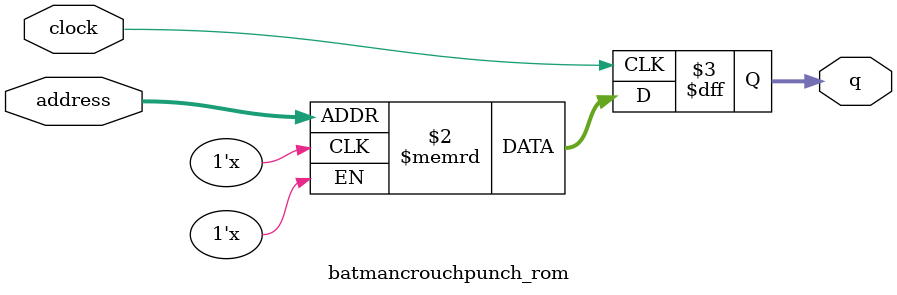
<source format=sv>
module batmancrouchpunch_rom (
	input logic clock,
	input logic [11:0] address,
	output logic [3:0] q
);

logic [3:0] memory [0:4095] /* synthesis ram_init_file = "./batmancrouchpunch/batmancrouchpunch.mif" */;

always_ff @ (posedge clock) begin
	q <= memory[address];
end

endmodule

</source>
